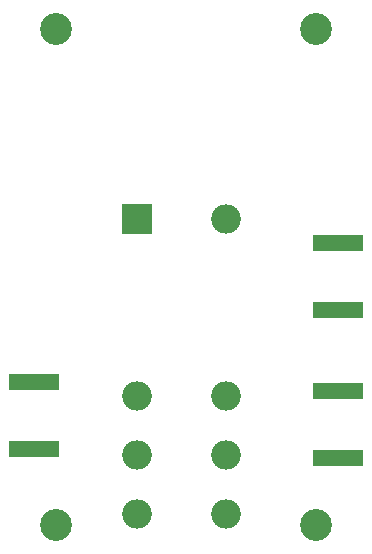
<source format=gbr>
%TF.GenerationSoftware,KiCad,Pcbnew,(6.0.1)*%
%TF.CreationDate,2022-02-11T18:33:40+00:00*%
%TF.ProjectId,Relay_RF_G2RL,52656c61-795f-4524-965f-4732524c2e6b,rev?*%
%TF.SameCoordinates,Original*%
%TF.FileFunction,Soldermask,Bot*%
%TF.FilePolarity,Negative*%
%FSLAX46Y46*%
G04 Gerber Fmt 4.6, Leading zero omitted, Abs format (unit mm)*
G04 Created by KiCad (PCBNEW (6.0.1)) date 2022-02-11 18:33:40*
%MOMM*%
%LPD*%
G01*
G04 APERTURE LIST*
%ADD10C,2.700000*%
%ADD11R,4.200000X1.350000*%
%ADD12R,2.500000X2.500000*%
%ADD13O,2.500000X2.500000*%
G04 APERTURE END LIST*
D10*
%TO.C,H1*%
X104000000Y-104000000D03*
%TD*%
D11*
%TO.C,J2*%
X102100000Y-139575000D03*
X102100000Y-133925000D03*
%TD*%
D10*
%TO.C,H4*%
X126000000Y-146000000D03*
%TD*%
%TO.C,H2*%
X104000000Y-146000000D03*
%TD*%
D11*
%TO.C,J4*%
X127900000Y-134675000D03*
X127900000Y-140325000D03*
%TD*%
D10*
%TO.C,H3*%
X126000000Y-104000000D03*
%TD*%
D12*
%TO.C,RL1*%
X110850000Y-120100000D03*
D13*
X110850000Y-135100000D03*
X110850000Y-140100000D03*
X110850000Y-145100000D03*
X118350000Y-145100000D03*
X118350000Y-140100000D03*
X118350000Y-135100000D03*
X118350000Y-120100000D03*
%TD*%
D11*
%TO.C,J3*%
X127900000Y-127825000D03*
X127900000Y-122175000D03*
%TD*%
M02*

</source>
